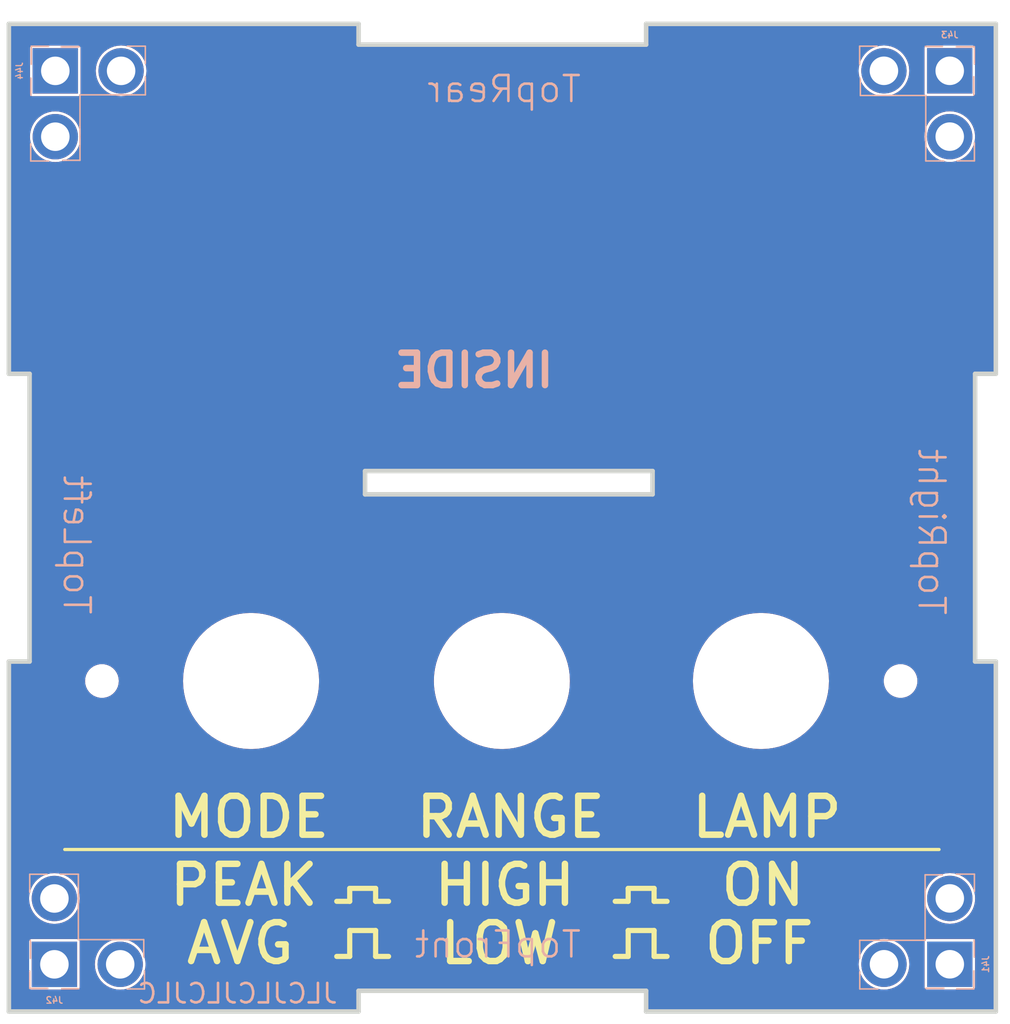
<source format=kicad_pcb>
(kicad_pcb (version 20221018) (generator pcbnew)
  (layers (0 "F.Cu" signal) (31 "B.Cu" signal) (34 "B.Paste" user) (35 "F.Paste" user) (36 "B.SilkS" user "B.Silkscreen") (37 "F.SilkS" user "F.Silkscreen") (38 "B.Mask" user) (39 "F.Mask" user) (44 "Edge.Cuts" user))
  (net 0 "")
  (footprint "cutouts:MountingHole_10mm" (layer "F.Cu") (at 118.700001 74.499992)
    (fp_text reference "REF**" hide)
    (fp_text value "MountingHole_10mm" hide)
    (pad "" np_thru_hole circle (at 0 0) (size 9 9) (drill 10) (layers "F&B.Cu" "*.Mask"))
  )
  (footprint "cutouts:SolderMask_XY76.2mm_T3.2mm" (layer "F.Cu") (at 101.615282 25.467192)
    (fp_text reference "REF**" hide)
    (fp_text value "SolderMask_XY76.2mm_T3.2mm" hide)
  )
  (footprint "cutouts:MountingHole_10mm" (layer "F.Cu") (at 138.065001 74.499992 90)
    (fp_text reference "REF**" hide)
    (fp_text value "MountingHole_10mm" hide)
    (pad "" np_thru_hole circle (at 0 0 90) (size 9 9) (drill 10) (layers "F&B.Cu" "*.Mask"))
  )
  (footprint "MountingHole:MountingHole_2.1mm" (layer "F.Cu") (at 168.845082 74.499992)
    (fp_text reference "H21" hide)
    (fp_text value "MountingHole_2.1mm" hide)
    (pad "" np_thru_hole circle (at 0 0) (size 2.1 2.1) (drill 2.1) (layers "F&B.Cu" "*.Mask"))
  )
  (footprint "MountingHole:MountingHole_2.1mm" (layer "F.Cu") (at 107.185082 74.499992)
    (fp_text reference "H20" hide)
    (fp_text value "MountingHole_2.1mm" hide)
    (pad "" np_thru_hole circle (at 0 0) (size 2.1 2.1) (drill 2.1) (layers "F&B.Cu" "*.Mask"))
  )
  (footprint "cutouts:MountingHole_10mm" (layer "F.Cu") (at 158.065001 74.499992)
    (fp_text reference "REF**" hide)
    (fp_text value "MountingHole_10mm" hide)
    (pad "" np_thru_hole circle (at 0 0) (size 9 9) (drill 10) (layers "F&B.Cu" "*.Mask"))
  )
  (footprint "cutouts:uxcell_ux0343_90_1x03_P2.54mm_D2.2mm_Vertical" (layer "B.Cu") (at 103.585882 27.424992 -90)
    (fp_text reference "J44" (at 0 2.77 90) (layer "B.SilkS") (effects (font (size 0.5 0.5) (thickness 0.1)) (justify mirror)))
    (fp_text value "Keystone_8183" hide)
    (fp_line (start -1.905 -6.95) (end -1.905 -5.555) (stroke (width 0.12)) (layer "B.SilkS"))
    (fp_line (start -1.9 0.52) (end -1.9 1.85) (stroke (width 0.12)) (layer "B.SilkS"))
    (fp_line (start -1.9 1.855) (end -0.505 1.855) (stroke (width 0.12)) (layer "B.SilkS"))
    (fp_line (start -1.855 -1.85) (end -1.855 -0.455) (stroke (width 0.12)) (layer "B.SilkS"))
    (fp_line (start -0.57 -6.95) (end -1.9 -6.95) (stroke (width 0.12)) (layer "B.SilkS"))
    (fp_line (start 0.555 1.88) (end 1.885 1.88) (stroke (width 0.12)) (layer "B.SilkS"))
    (fp_line (start 1.85 -6.955) (end 0.455 -6.955) (stroke (width 0.12)) (layer "B.SilkS"))
    (fp_line (start 1.85 -1.905) (end 1.85 -6.95) (stroke (width 0.12)) (layer "B.SilkS"))
    (fp_line (start 5.62 1.9) (end 6.95 1.9) (stroke (width 0.12)) (layer "B.SilkS"))
    (fp_line (start 6.9 -1.905) (end 1.85 -1.905) (stroke (width 0.12)) (layer "B.SilkS"))
    (fp_line (start 6.9 -0.57) (end 6.9 -1.9) (stroke (width 0.12)) (layer "B.SilkS"))
    (fp_line (start 6.955 1.9) (end 6.955 0.505) (stroke (width 0.12)) (layer "B.SilkS"))
    (pad "1" thru_hole rect (at 0 0 270) (size 3.5 3.5) (drill 2.2) (layers "*.Cu" "*.Mask"))
    (pad "2" thru_hole oval (at 0 -5.08 270) (size 3.5 3.5) (drill 2.2) (layers "*.Cu" "*.Mask"))
    (pad "3" thru_hole oval (at 5.08 0 270) (size 3.5 3.5) (drill 2.2) (layers "*.Cu" "*.Mask"))
  )
  (footprint "cutouts:uxcell_ux0343_90_1x03_P2.54mm_D2.2mm_Vertical" (layer "B.Cu") (at 103.515882 96.359992)
    (fp_text reference "J42" (at 0 2.77) (layer "B.SilkS") (effects (font (size 0.5 0.5) (thickness 0.1)) (justify mirror)))
    (fp_text value "Keystone_8183" hide)
    (fp_line (start -1.905 -6.95) (end -1.905 -5.555) (stroke (width 0.12)) (layer "B.SilkS"))
    (fp_line (start -1.9 0.52) (end -1.9 1.85) (stroke (width 0.12)) (layer "B.SilkS"))
    (fp_line (start -1.9 1.855) (end -0.505 1.855) (stroke (width 0.12)) (layer "B.SilkS"))
    (fp_line (start -1.855 -1.85) (end -1.855 -0.455) (stroke (width 0.12)) (layer "B.SilkS"))
    (fp_line (start -0.57 -6.95) (end -1.9 -6.95) (stroke (width 0.12)) (layer "B.SilkS"))
    (fp_line (start 0.555 1.88) (end 1.885 1.88) (stroke (width 0.12)) (layer "B.SilkS"))
    (fp_line (start 1.85 -6.955) (end 0.455 -6.955) (stroke (width 0.12)) (layer "B.SilkS"))
    (fp_line (start 1.85 -1.905) (end 1.85 -6.95) (stroke (width 0.12)) (layer "B.SilkS"))
    (fp_line (start 5.62 1.9) (end 6.95 1.9) (stroke (width 0.12)) (layer "B.SilkS"))
    (fp_line (start 6.9 -1.905) (end 1.85 -1.905) (stroke (width 0.12)) (layer "B.SilkS"))
    (fp_line (start 6.9 -0.57) (end 6.9 -1.9) (stroke (width 0.12)) (layer "B.SilkS"))
    (fp_line (start 6.955 1.9) (end 6.955 0.505) (stroke (width 0.12)) (layer "B.SilkS"))
    (pad "1" thru_hole rect (at 0 0) (size 3.5 3.5) (drill 2.2) (layers "*.Cu" "*.Mask"))
    (pad "2" thru_hole oval (at 0 -5.08) (size 3.5 3.5) (drill 2.2) (layers "*.Cu" "*.Mask"))
    (pad "3" thru_hole oval (at 5.08 0) (size 3.5 3.5) (drill 2.2) (layers "*.Cu" "*.Mask"))
  )
  (footprint "cutouts:uxcell_ux0343_90_1x03_P2.54mm_D2.2mm_Vertical" (layer "B.Cu") (at 172.645882 96.354992 90)
    (fp_text reference "J41" (at 0 2.77 90) (layer "B.SilkS") (effects (font (size 0.5 0.5) (thickness 0.1)) (justify mirror)))
    (fp_text value "Keystone_8183" hide)
    (fp_line (start -1.905 -6.95) (end -1.905 -5.555) (stroke (width 0.12)) (layer "B.SilkS"))
    (fp_line (start -1.9 0.52) (end -1.9 1.85) (stroke (width 0.12)) (layer "B.SilkS"))
    (fp_line (start -1.9 1.855) (end -0.505 1.855) (stroke (width 0.12)) (layer "B.SilkS"))
    (fp_line (start -1.855 -1.85) (end -1.855 -0.455) (stroke (width 0.12)) (layer "B.SilkS"))
    (fp_line (start -0.57 -6.95) (end -1.9 -6.95) (stroke (width 0.12)) (layer "B.SilkS"))
    (fp_line (start 0.555 1.88) (end 1.885 1.88) (stroke (width 0.12)) (layer "B.SilkS"))
    (fp_line (start 1.85 -6.955) (end 0.455 -6.955) (stroke (width 0.12)) (layer "B.SilkS"))
    (fp_line (start 1.85 -1.905) (end 1.85 -6.95) (stroke (width 0.12)) (layer "B.SilkS"))
    (fp_line (start 5.62 1.9) (end 6.95 1.9) (stroke (width 0.12)) (layer "B.SilkS"))
    (fp_line (start 6.9 -1.905) (end 1.85 -1.905) (stroke (width 0.12)) (layer "B.SilkS"))
    (fp_line (start 6.9 -0.57) (end 6.9 -1.9) (stroke (width 0.12)) (layer "B.SilkS"))
    (fp_line (start 6.955 1.9) (end 6.955 0.505) (stroke (width 0.12)) (layer "B.SilkS"))
    (pad "1" thru_hole rect (at 0 0 90) (size 3.5 3.5) (drill 2.2) (layers "*.Cu" "*.Mask"))
    (pad "2" thru_hole oval (at 0 -5.08 90) (size 3.5 3.5) (drill 2.2) (layers "*.Cu" "*.Mask"))
    (pad "3" thru_hole oval (at 5.08 0 90) (size 3.5 3.5) (drill 2.2) (layers "*.Cu" "*.Mask"))
  )
  (footprint "cutouts:uxcell_ux0343_90_1x03_P2.54mm_D2.2mm_Vertical" (layer "B.Cu") (at 172.640882 27.419992 180)
    (fp_text reference "J43" (at 0 2.77) (layer "B.SilkS") (effects (font (size 0.5 0.5) (thickness 0.1)) (justify mirror)))
    (fp_text value "Keystone_8183" hide)
    (fp_line (start -1.905 -6.95) (end -1.905 -5.555) (stroke (width 0.12)) (layer "B.SilkS"))
    (fp_line (start -1.9 0.52) (end -1.9 1.85) (stroke (width 0.12)) (layer "B.SilkS"))
    (fp_line (start -1.9 1.855) (end -0.505 1.855) (stroke (width 0.12)) (layer "B.SilkS"))
    (fp_line (start -1.855 -1.85) (end -1.855 -0.455) (stroke (width 0.12)) (layer "B.SilkS"))
    (fp_line (start -0.57 -6.95) (end -1.9 -6.95) (stroke (width 0.12)) (layer "B.SilkS"))
    (fp_line (start 0.555 1.88) (end 1.885 1.88) (stroke (width 0.12)) (layer "B.SilkS"))
    (fp_line (start 1.85 -6.955) (end 0.455 -6.955) (stroke (width 0.12)) (layer "B.SilkS"))
    (fp_line (start 1.85 -1.905) (end 1.85 -6.95) (stroke (width 0.12)) (layer "B.SilkS"))
    (fp_line (start 5.62 1.9) (end 6.95 1.9) (stroke (width 0.12)) (layer "B.SilkS"))
    (fp_line (start 6.9 -1.905) (end 1.85 -1.905) (stroke (width 0.12)) (layer "B.SilkS"))
    (fp_line (start 6.9 -0.57) (end 6.9 -1.9) (stroke (width 0.12)) (layer "B.SilkS"))
    (fp_line (start 6.955 1.9) (end 6.955 0.505) (stroke (width 0.12)) (layer "B.SilkS"))
    (pad "1" thru_hole rect (at 0 0 180) (size 3.5 3.5) (drill 2.2) (layers "*.Cu" "*.Mask"))
    (pad "2" thru_hole oval (at 0 -5.08 180) (size 3.5 3.5) (drill 2.2) (layers "*.Cu" "*.Mask"))
    (pad "3" thru_hole oval (at 5.08 0 180) (size 3.5 3.5) (drill 2.2) (layers "*.Cu" "*.Mask"))
  )
  (gr_line (start 128.315882 95.749992) (end 129.315882 95.749992) (stroke (width 0.4)) (layer "F.SilkS"))
  (gr_line (start 147.815882 93.749992) (end 149.815882 93.749992) (stroke (width 0.4)) (layer "F.SilkS"))
  (gr_line (start 126.315882 93.749992) (end 128.315882 93.749992) (stroke (width 0.4)) (layer "F.SilkS"))
  (gr_line (start 149.815882 90.499992) (end 149.815882 91.499992) (stroke (width 0.4)) (layer "F.SilkS"))
  (gr_line (start 147.815882 95.749992) (end 147.815882 93.749992) (stroke (width 0.4)) (layer "F.SilkS"))
  (gr_line (start 128.315882 93.749992) (end 128.315882 95.749992) (stroke (width 0.4)) (layer "F.SilkS"))
  (gr_line (start 126.315882 90.499992) (end 128.315882 90.499992) (stroke (width 0.4)) (layer "F.SilkS"))
  (gr_line (start 149.815882 91.499992) (end 150.815882 91.499992) (stroke (width 0.4)) (layer "F.SilkS"))
  (gr_line (start 126.315882 91.499992) (end 126.315882 90.499992) (stroke (width 0.4)) (layer "F.SilkS"))
  (gr_line (start 146.815882 91.499992) (end 147.815882 91.499992) (stroke (width 0.4)) (layer "F.SilkS"))
  (gr_line (start 128.315882 90.499992) (end 128.315882 91.499992) (stroke (width 0.4)) (layer "F.SilkS"))
  (gr_line (start 146.815882 95.749992) (end 147.815882 95.749992) (stroke (width 0.4)) (layer "F.SilkS"))
  (gr_line (start 149.815882 93.749992) (end 149.815882 95.749992) (stroke (width 0.4)) (layer "F.SilkS"))
  (gr_line (start 125.315882 95.749992) (end 126.315882 95.749992) (stroke (width 0.4)) (layer "F.SilkS"))
  (gr_line (start 171.815882 87.499992) (end 104.315882 87.499992) (stroke (width 0.25)) (layer "F.SilkS"))
  (gr_line (start 125.315882 91.499992) (end 126.315882 91.499992) (stroke (width 0.4)) (layer "F.SilkS"))
  (gr_line (start 147.815882 90.499992) (end 149.815882 90.499992) (stroke (width 0.4)) (layer "F.SilkS"))
  (gr_line (start 149.815882 95.749992) (end 150.815882 95.749992) (stroke (width 0.4)) (layer "F.SilkS"))
  (gr_line (start 128.315882 91.499992) (end 129.315882 91.499992) (stroke (width 0.4)) (layer "F.SilkS"))
  (gr_line (start 126.315882 95.749992) (end 126.315882 93.749992) (stroke (width 0.4)) (layer "F.SilkS"))
  (gr_line (start 147.815882 91.499992) (end 147.815882 90.499992) (stroke (width 0.4)) (layer "F.SilkS"))
  (gr_line (start 149.2 99.999992) (end 149.2 98.399992) (stroke (width 0.349999)) (layer "Edge.Cuts"))
  (gr_line (start 149.200001 25.399992) (end 149.200001 23.799992) (stroke (width 0.349999)) (layer "Edge.Cuts"))
  (gr_line (start 149.200001 23.799992) (end 176.199998 23.799992) (stroke (width 0.349999)) (layer "Edge.Cuts"))
  (gr_line (start 149.7 60.099992) (end 127.5 60.099992) (stroke (width 0.349999)) (layer "Edge.Cuts"))
  (gr_line (start 127 98.399992) (end 127 99.999992) (stroke (width 0.349999)) (layer "Edge.Cuts"))
  (gr_line (start 100 99.999992) (end 100 72.999992) (stroke (width 0.349999)) (layer "Edge.Cuts"))
  (gr_line (start 127 100) (end 100 100) (stroke (width 0.349999)) (layer "Edge.Cuts"))
  (gr_line (start 149.7 58.299992) (end 149.7 60.099992) (stroke (width 0.349999)) (layer "Edge.Cuts"))
  (gr_line (start 174.6 72.999992) (end 176.199998 72.999992) (stroke (width 0.349999)) (layer "Edge.Cuts"))
  (gr_line (start 149.2 98.399992) (end 127 98.399992) (stroke (width 0.349999)) (layer "Edge.Cuts"))
  (gr_line (start 127.5 60.099992) (end 127.5 58.299992) (stroke (width 0.349999)) (layer "Edge.Cuts"))
  (gr_line (start 174.6 50.799994) (end 174.6 72.999992) (stroke (width 0.349999)) (layer "Edge.Cuts"))
  (gr_line (start 100.000001 72.999992) (end 101.600001 72.999992) (stroke (width 0.349999)) (layer "Edge.Cuts"))
  (gr_line (start 127.000001 23.799992) (end 127.000001 25.399992) (stroke (width 0.349999)) (layer "Edge.Cuts"))
  (gr_line (start 176.199998 72.999992) (end 176.199998 99.999992) (stroke (width 0.349999)) (layer "Edge.Cuts"))
  (gr_line (start 101.6 50.799994) (end 100 50.799994) (stroke (width 0.349999)) (layer "Edge.Cuts"))
  (gr_line (start 176.199998 99.999992) (end 149.2 99.999992) (stroke (width 0.349999)) (layer "Edge.Cuts"))
  (gr_line (start 127.5 58.299992) (end 149.7 58.299992) (stroke (width 0.349999)) (layer "Edge.Cuts"))
  (gr_line (start 100 50.799994) (end 100 23.799995) (stroke (width 0.349999)) (layer "Edge.Cuts"))
  (gr_line (start 176.199998 50.799994) (end 174.6 50.799994) (stroke (width 0.349999)) (layer "Edge.Cuts"))
  (gr_line (start 127.000001 25.399992) (end 149.200001 25.399992) (stroke (width 0.349999)) (layer "Edge.Cuts"))
  (gr_line (start 176.199998 23.799995) (end 176.199998 50.799994) (stroke (width 0.349999)) (layer "Edge.Cuts"))
  (gr_line (start 101.600001 72.999992) (end 101.600001 50.799992) (stroke (width 0.349999)) (layer "Edge.Cuts"))
  (gr_line (start 100 23.799995) (end 127.000001 23.799995) (stroke (width 0.349999)) (layer "Edge.Cuts"))
  (gr_text "TopRear" (at 144.315882 29.999992) (layer "B.SilkS") (effects (font (size 2 2) (thickness 0.2)) (justify left bottom mirror)))
  (gr_text "TopLeft" (at 104.065882 63.999992 270) (layer "B.SilkS") (effects (font (size 2 2) (thickness 0.2)) (justify bottom mirror)))
  (gr_text "TopRight" (at 170.065882 62.999992 -90) (layer "B.SilkS") (effects (font (size 2 2) (thickness 0.2)) (justify bottom mirror)))
  (gr_text "TopFront" (at 144.315882 95.999992) (layer "B.SilkS") (effects (font (size 2 2) (thickness 0.2)) (justify left bottom mirror)))
  (gr_text "JLCJLCJLCJLC" (at 117.647882 99.487992) (layer "B.SilkS") (effects (font (size 1.5 1.5) (thickness 0.2)) (justify bottom mirror)))
  (gr_text "INSIDE" (at 142.315882 51.999992) (layer "B.SilkS") (effects (font (size 2.5 2.5) (thickness 0.5) bold) (justify left bottom mirror)))
  (gr_text "   PEAK    HIGH     ON" (at 105.315882 91.999992) (layer "F.SilkS") (effects (font (size 3 3) (thickness 0.5) bold) (justify left bottom)))
  (gr_text "MODE   RANGE   LAMP" (at 138.315882 86.749992) (layer "F.SilkS") (effects (font (size 3 3) (thickness 0.5) bold) (justify bottom)))
  (gr_text "    AVG     LOW     OFF" (at 104.315882 96.499992) (layer "F.SilkS") (effects (font (size 3 3) (thickness 0.5) bold) (justify left bottom)))
  (zone (net 0) (net_name "") (layers "F&B.Cu") (priority 1) (connect_pads (clearance 0.2032)) (min_thickness 0.2032) (fill yes (thermal_gap 0.254) (thermal_bridge_width 0.508) (island_removal_mode 1) (island_area_min 10))
    (polygon (pts (xy 99.315882 100.957994) (xy 176.815882 100.957994) (xy 177.315882 21.957994) (xy 99.315882 21.957994)))
  )
)
</source>
